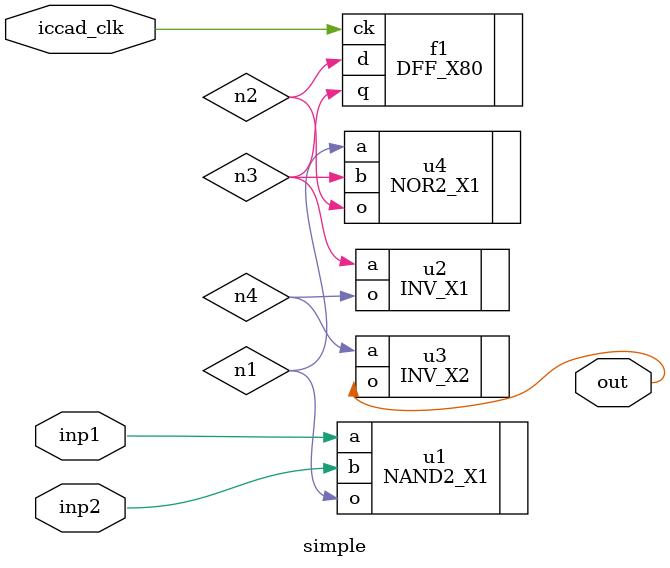
<source format=v>
module simple (
inp1,
inp2,
iccad_clk,
out
);

// Start PIs
input inp1;
input inp2;
input iccad_clk;

// Start POs
output out;

// Start wires
wire n1;
wire n2;
wire n3;
wire n4;
wire inp1;
wire inp2;
wire iccad_clk;
wire out;

// Start cells
NAND2_X1 u1 ( .a(inp1), .b(inp2), .o(n1) );
DFF_X80 f1 ( .d(n2), .ck(iccad_clk), .q(n3) );
INV_X1 u2 ( .a(n3), .o(n4) );
INV_X2 u3 ( .a(n4), .o(out) );
NOR2_X1 u4 ( .a(n1), .b(n3), .o(n2) );

endmodule

</source>
